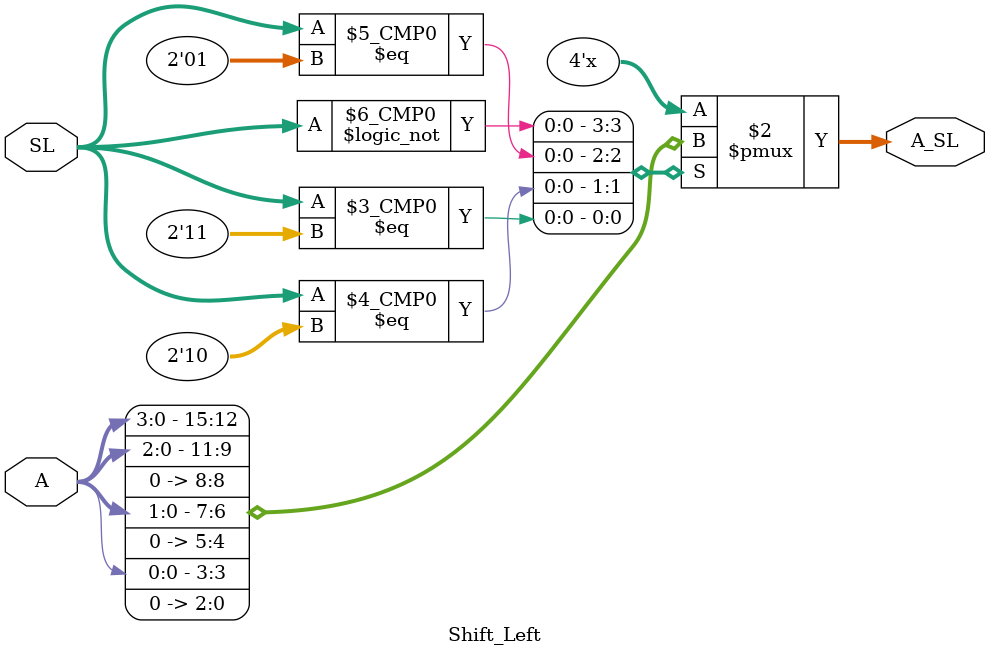
<source format=sv>
`timescale 100ns / 1ps

module Shift_Left (input  logic [3:0] A,
                   input  logic [1:0] SL,
                   output logic [3:0] A_SL
);

always_comb begin
    case (SL)
        2'b00: A_SL = A;                       // sin corrimiento
        2'b01: A_SL = {A[2:0], 1'b0};         // desplazar 1 a la izquierda
        2'b10: A_SL = {A[1:0], 2'b00};        // desplazar 2
        2'b11: A_SL = {A[0], 3'b000};         // desplazar 3
        default: A_SL = A;
    endcase
end

endmodule

</source>
